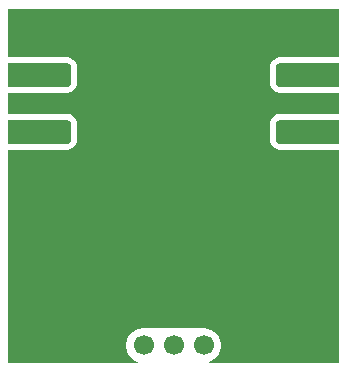
<source format=gbs>
%FSTAX23Y23*%
%MOIN*%
%SFA1B1*%

%IPPOS*%
%ADD25R,0.204720X0.047240*%
%ADD26C,0.066930*%
%ADD27C,0.019680*%
%LNcsgb-1*%
%LPD*%
G36*
X01102Y00937D02*
Y00921D01*
X00904*
X00898Y00923*
X00894Y00928*
X00891Y00933*
Y00937*
Y00984*
Y00987*
X00894Y00993*
X00898Y00997*
X00904Y01*
X01102*
Y00937*
G37*
G36*
X00203Y00997D02*
X00208Y00993D01*
X0021Y00987*
Y00984*
Y00937*
Y00933*
X00208Y00928*
X00203Y00923*
X00198Y00921*
X0*
Y00937*
Y01*
X00198*
X00203Y00997*
G37*
G36*
X01102Y01043D02*
Y01019D01*
X00907*
X00904Y01019*
X00897Y01018*
X0089Y01015*
X00885Y01011*
X0088Y01006*
X00876Y01*
X00873Y00994*
X00872Y00987*
X00872Y00984*
Y00937*
X00872Y00933*
X00873Y00926*
X00876Y0092*
X0088Y00914*
X00885Y00909*
X0089Y00905*
X00897Y00903*
X00904Y00901*
X00907Y00901*
X01102*
Y00866*
Y0083*
X00907*
X00904Y0083*
X00897Y00829*
X0089Y00826*
X00885Y00822*
X0088Y00817*
X00876Y00811*
X00873Y00805*
X00872Y00798*
X00872Y00795*
Y00748*
X00872Y00744*
X00873Y00737*
X00876Y00731*
X0088Y00725*
X00885Y0072*
X0089Y00716*
X00897Y00714*
X00904Y00712*
X00907Y00712*
X01102*
Y00657*
Y00118*
X00944*
X01102*
Y0*
X00708*
Y00059*
X00708Y00064*
X00706Y00076*
X00701Y00086*
X00695Y00096*
X00687Y00104*
X00677Y00111*
X00666Y00115*
X00655Y00117*
X00649Y00118*
X00452*
X00446Y00117*
X00435Y00115*
X00424Y00111*
X00415Y00104*
X00407Y00096*
X004Y00086*
X00396Y00076*
X00393Y00064*
X00393Y00059*
Y00059*
X00393Y00053*
X00396Y00041*
X004Y00031*
X00407Y00021*
X00415Y00013*
X00424Y00006*
X00435Y00002*
X00446Y0*
X00452Y0*
X00393*
X0*
Y00118*
X00157*
X0*
Y00657*
Y00712*
X00194*
X00198Y00712*
X00205Y00714*
X00211Y00716*
X00217Y0072*
X00222Y00725*
X00226Y00731*
X00228Y00737*
X0023Y00744*
X0023Y00748*
Y00795*
X0023Y00798*
X00228Y00805*
X00226Y00811*
X00222Y00817*
X00217Y00822*
X00211Y00826*
X00205Y00829*
X00198Y0083*
X00194Y0083*
X0*
Y00866*
Y00901*
X00194*
X00198Y00901*
X00205Y00903*
X00211Y00905*
X00217Y00909*
X00222Y00914*
X00226Y0092*
X00228Y00926*
X0023Y00933*
X0023Y00937*
Y00984*
X0023Y00987*
X00228Y00994*
X00226Y01*
X00222Y01006*
X00217Y01011*
X00211Y01015*
X00205Y01018*
X00198Y01019*
X00194Y01019*
X0*
Y01043*
Y01181*
X01102*
Y01043*
G37*
G36*
Y00795D02*
Y00732D01*
X00904*
X00898Y00734*
X00894Y00739*
X00891Y00744*
Y00748*
Y00795*
Y00798*
X00894Y00804*
X00898Y00808*
X00904Y00811*
X01102*
Y00795*
G37*
G36*
X00203Y00808D02*
X00208Y00804D01*
X0021Y00798*
Y00795*
Y00748*
Y00744*
X00208Y00739*
X00203Y00734*
X00198Y00732*
X0*
Y00795*
Y00811*
X00198*
X00203Y00808*
G37*
G36*
X00708Y0D02*
X00649D01*
X00655Y0*
X00666Y00002*
X00677Y00006*
X00687Y00013*
X00695Y00021*
X00701Y00031*
X00706Y00041*
X00708Y00053*
X00708Y00059*
Y0*
G37*
G54D25*
X00994Y0096D03*
Y00771D03*
G54D26*
X00451Y00059D03*
X00551D03*
X00651D03*
G54D27*
X00724Y01112D03*
X00718Y01082D03*
X00767Y01009D03*
X00797Y01003D03*
Y01161D03*
X00767Y01155D03*
X00852Y01027D03*
X00869Y01112D03*
X00875Y01082D03*
X00724Y01052D03*
X00869D03*
X00852Y01138D03*
X00741Y01027D03*
X00827Y01009D03*
Y01155D03*
X00741Y01138D03*
X00232Y01052D03*
Y01112D03*
X00274Y01009D03*
X0036Y01027D03*
X00377Y01052D03*
Y01112D03*
X0036Y01138D03*
X00226Y01082D03*
X00305Y01003D03*
Y01161D03*
X00274Y01155D03*
X00383Y01082D03*
X00335Y01009D03*
X00249Y01027D03*
Y01138D03*
X00335Y01155D03*
M02*
</source>
